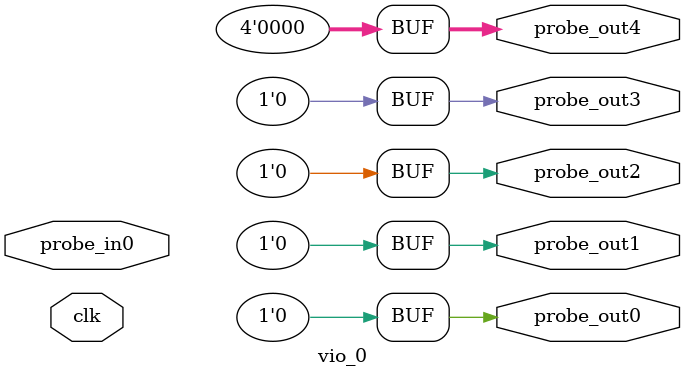
<source format=v>
`timescale 1ns / 1ps
module vio_0 (
clk,
probe_in0,
probe_out0,
probe_out1,
probe_out2,
probe_out3,
probe_out4
);

input clk;
input [3 : 0] probe_in0;

output reg [0 : 0] probe_out0 = 'h0 ;
output reg [0 : 0] probe_out1 = 'h0 ;
output reg [0 : 0] probe_out2 = 'h0 ;
output reg [0 : 0] probe_out3 = 'h0 ;
output reg [3 : 0] probe_out4 = 'h0 ;


endmodule

</source>
